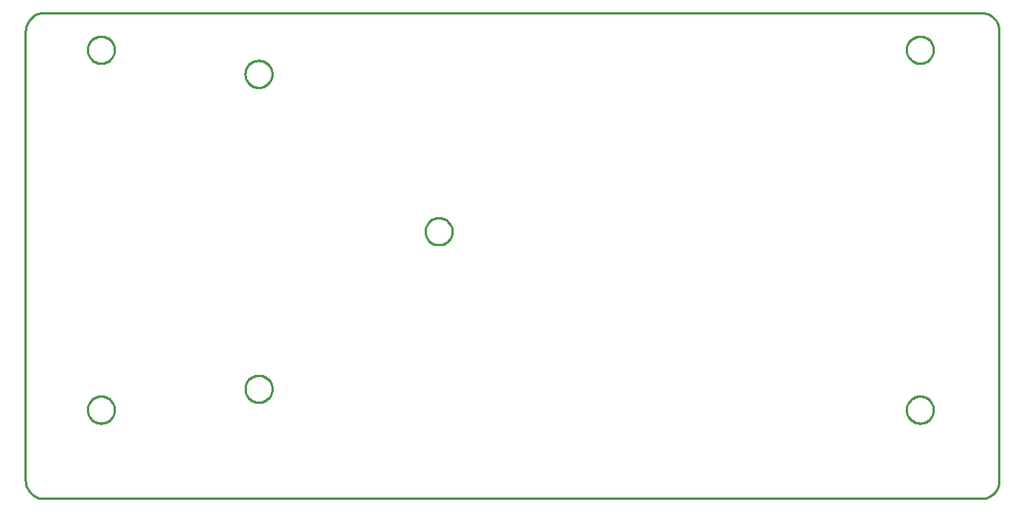
<source format=gbr>
G04 EAGLE Gerber RS-274X export*
G75*
%MOMM*%
%FSLAX34Y34*%
%LPD*%
%IN*%
%IPPOS*%
%AMOC8*
5,1,8,0,0,1.08239X$1,22.5*%
G01*
%ADD10C,0.254000*%


D10*
X17780Y58420D02*
X17857Y56649D01*
X18089Y54891D01*
X18472Y53161D01*
X19005Y51470D01*
X19684Y49832D01*
X20502Y48260D01*
X21455Y46765D01*
X22534Y45359D01*
X23732Y44052D01*
X25039Y42854D01*
X26445Y41775D01*
X27940Y40822D01*
X29512Y40004D01*
X31150Y39325D01*
X32841Y38792D01*
X34571Y38409D01*
X36329Y38177D01*
X38100Y38100D01*
X1079500Y38100D01*
X1081160Y38173D01*
X1082808Y38389D01*
X1084431Y38749D01*
X1086015Y39249D01*
X1087551Y39885D01*
X1089025Y40652D01*
X1090427Y41545D01*
X1091745Y42557D01*
X1092970Y43680D01*
X1094093Y44905D01*
X1095105Y46223D01*
X1095998Y47625D01*
X1096765Y49099D01*
X1097401Y50635D01*
X1097901Y52220D01*
X1098261Y53842D01*
X1098478Y55490D01*
X1098550Y57150D01*
X1098550Y558800D01*
X1098478Y560460D01*
X1098261Y562108D01*
X1097901Y563731D01*
X1097401Y565315D01*
X1096765Y566851D01*
X1095998Y568325D01*
X1095105Y569727D01*
X1094093Y571045D01*
X1092970Y572270D01*
X1091745Y573393D01*
X1090427Y574405D01*
X1089025Y575298D01*
X1087551Y576065D01*
X1086015Y576701D01*
X1084431Y577201D01*
X1082808Y577561D01*
X1081160Y577778D01*
X1079500Y577850D01*
X38100Y577850D01*
X36329Y577773D01*
X34571Y577541D01*
X32841Y577158D01*
X31150Y576625D01*
X29512Y575946D01*
X27940Y575128D01*
X26445Y574175D01*
X25039Y573096D01*
X23732Y571898D01*
X22534Y570591D01*
X21455Y569185D01*
X20502Y567690D01*
X19684Y566118D01*
X19005Y564480D01*
X18472Y562789D01*
X18089Y561059D01*
X17857Y559301D01*
X17780Y557530D01*
X17780Y58420D01*
X116600Y536330D02*
X116524Y535261D01*
X116371Y534201D01*
X116143Y533154D01*
X115841Y532126D01*
X115467Y531122D01*
X115022Y530147D01*
X114508Y529207D01*
X113929Y528305D01*
X113287Y527448D01*
X112585Y526638D01*
X111828Y525880D01*
X111018Y525179D01*
X110160Y524536D01*
X109259Y523957D01*
X108319Y523444D01*
X107344Y522999D01*
X106340Y522624D01*
X105312Y522322D01*
X104265Y522095D01*
X103204Y521942D01*
X102136Y521866D01*
X101064Y521866D01*
X99996Y521942D01*
X98935Y522095D01*
X97888Y522322D01*
X96860Y522624D01*
X95856Y522999D01*
X94881Y523444D01*
X93941Y523957D01*
X93040Y524536D01*
X92182Y525179D01*
X91372Y525880D01*
X90615Y526638D01*
X89913Y527448D01*
X89271Y528305D01*
X88692Y529207D01*
X88178Y530147D01*
X87733Y531122D01*
X87359Y532126D01*
X87057Y533154D01*
X86829Y534201D01*
X86676Y535261D01*
X86600Y536330D01*
X86600Y537401D01*
X86676Y538470D01*
X86829Y539531D01*
X87057Y540578D01*
X87359Y541606D01*
X87733Y542610D01*
X88178Y543584D01*
X88692Y544525D01*
X89271Y545426D01*
X89913Y546284D01*
X90615Y547093D01*
X91372Y547851D01*
X92182Y548553D01*
X93040Y549195D01*
X93941Y549774D01*
X94881Y550288D01*
X95856Y550733D01*
X96860Y551107D01*
X97888Y551409D01*
X98935Y551637D01*
X99996Y551789D01*
X101064Y551866D01*
X102136Y551866D01*
X103204Y551789D01*
X104265Y551637D01*
X105312Y551409D01*
X106340Y551107D01*
X107344Y550733D01*
X108319Y550288D01*
X109259Y549774D01*
X110160Y549195D01*
X111018Y548553D01*
X111828Y547851D01*
X112585Y547093D01*
X113287Y546284D01*
X113929Y545426D01*
X114508Y544525D01*
X115022Y543584D01*
X115467Y542610D01*
X115841Y541606D01*
X116143Y540578D01*
X116371Y539531D01*
X116524Y538470D01*
X116600Y537401D01*
X116600Y536330D01*
X1026025Y536330D02*
X1025948Y535261D01*
X1025796Y534201D01*
X1025568Y533154D01*
X1025266Y532126D01*
X1024892Y531122D01*
X1024447Y530147D01*
X1023933Y529207D01*
X1023354Y528305D01*
X1022712Y527448D01*
X1022010Y526638D01*
X1021252Y525880D01*
X1020443Y525179D01*
X1019585Y524536D01*
X1018684Y523957D01*
X1017743Y523444D01*
X1016769Y522999D01*
X1015765Y522624D01*
X1014737Y522322D01*
X1013690Y522095D01*
X1012629Y521942D01*
X1011560Y521866D01*
X1010489Y521866D01*
X1009420Y521942D01*
X1008360Y522095D01*
X1007313Y522322D01*
X1006285Y522624D01*
X1005281Y522999D01*
X1004306Y523444D01*
X1003366Y523957D01*
X1002464Y524536D01*
X1001607Y525179D01*
X1000797Y525880D01*
X1000039Y526638D01*
X999338Y527448D01*
X998695Y528305D01*
X998116Y529207D01*
X997603Y530147D01*
X997158Y531122D01*
X996783Y532126D01*
X996481Y533154D01*
X996254Y534201D01*
X996101Y535261D01*
X996025Y536330D01*
X996025Y537401D01*
X996101Y538470D01*
X996254Y539531D01*
X996481Y540578D01*
X996783Y541606D01*
X997158Y542610D01*
X997603Y543584D01*
X998116Y544525D01*
X998695Y545426D01*
X999338Y546284D01*
X1000039Y547093D01*
X1000797Y547851D01*
X1001607Y548553D01*
X1002464Y549195D01*
X1003366Y549774D01*
X1004306Y550288D01*
X1005281Y550733D01*
X1006285Y551107D01*
X1007313Y551409D01*
X1008360Y551637D01*
X1009420Y551789D01*
X1010489Y551866D01*
X1011560Y551866D01*
X1012629Y551789D01*
X1013690Y551637D01*
X1014737Y551409D01*
X1015765Y551107D01*
X1016769Y550733D01*
X1017743Y550288D01*
X1018684Y549774D01*
X1019585Y549195D01*
X1020443Y548553D01*
X1021252Y547851D01*
X1022010Y547093D01*
X1022712Y546284D01*
X1023354Y545426D01*
X1023933Y544525D01*
X1024447Y543584D01*
X1024892Y542610D01*
X1025266Y541606D01*
X1025568Y540578D01*
X1025796Y539531D01*
X1025948Y538470D01*
X1026025Y537401D01*
X1026025Y536330D01*
X1026025Y136330D02*
X1025948Y135261D01*
X1025796Y134201D01*
X1025568Y133154D01*
X1025266Y132126D01*
X1024892Y131122D01*
X1024447Y130147D01*
X1023933Y129207D01*
X1023354Y128305D01*
X1022712Y127448D01*
X1022010Y126638D01*
X1021252Y125880D01*
X1020443Y125179D01*
X1019585Y124536D01*
X1018684Y123957D01*
X1017743Y123444D01*
X1016769Y122999D01*
X1015765Y122624D01*
X1014737Y122322D01*
X1013690Y122095D01*
X1012629Y121942D01*
X1011560Y121866D01*
X1010489Y121866D01*
X1009420Y121942D01*
X1008360Y122095D01*
X1007313Y122322D01*
X1006285Y122624D01*
X1005281Y122999D01*
X1004306Y123444D01*
X1003366Y123957D01*
X1002464Y124536D01*
X1001607Y125179D01*
X1000797Y125880D01*
X1000039Y126638D01*
X999338Y127448D01*
X998695Y128305D01*
X998116Y129207D01*
X997603Y130147D01*
X997158Y131122D01*
X996783Y132126D01*
X996481Y133154D01*
X996254Y134201D01*
X996101Y135261D01*
X996025Y136330D01*
X996025Y137401D01*
X996101Y138470D01*
X996254Y139531D01*
X996481Y140578D01*
X996783Y141606D01*
X997158Y142610D01*
X997603Y143584D01*
X998116Y144525D01*
X998695Y145426D01*
X999338Y146284D01*
X1000039Y147093D01*
X1000797Y147851D01*
X1001607Y148553D01*
X1002464Y149195D01*
X1003366Y149774D01*
X1004306Y150288D01*
X1005281Y150733D01*
X1006285Y151107D01*
X1007313Y151409D01*
X1008360Y151637D01*
X1009420Y151789D01*
X1010489Y151866D01*
X1011560Y151866D01*
X1012629Y151789D01*
X1013690Y151637D01*
X1014737Y151409D01*
X1015765Y151107D01*
X1016769Y150733D01*
X1017743Y150288D01*
X1018684Y149774D01*
X1019585Y149195D01*
X1020443Y148553D01*
X1021252Y147851D01*
X1022010Y147093D01*
X1022712Y146284D01*
X1023354Y145426D01*
X1023933Y144525D01*
X1024447Y143584D01*
X1024892Y142610D01*
X1025266Y141606D01*
X1025568Y140578D01*
X1025796Y139531D01*
X1025948Y138470D01*
X1026025Y137401D01*
X1026025Y136330D01*
X116600Y136330D02*
X116524Y135261D01*
X116371Y134201D01*
X116143Y133154D01*
X115841Y132126D01*
X115467Y131122D01*
X115022Y130147D01*
X114508Y129207D01*
X113929Y128305D01*
X113287Y127448D01*
X112585Y126638D01*
X111828Y125880D01*
X111018Y125179D01*
X110160Y124536D01*
X109259Y123957D01*
X108319Y123444D01*
X107344Y122999D01*
X106340Y122624D01*
X105312Y122322D01*
X104265Y122095D01*
X103204Y121942D01*
X102136Y121866D01*
X101064Y121866D01*
X99996Y121942D01*
X98935Y122095D01*
X97888Y122322D01*
X96860Y122624D01*
X95856Y122999D01*
X94881Y123444D01*
X93941Y123957D01*
X93040Y124536D01*
X92182Y125179D01*
X91372Y125880D01*
X90615Y126638D01*
X89913Y127448D01*
X89271Y128305D01*
X88692Y129207D01*
X88178Y130147D01*
X87733Y131122D01*
X87359Y132126D01*
X87057Y133154D01*
X86829Y134201D01*
X86676Y135261D01*
X86600Y136330D01*
X86600Y137401D01*
X86676Y138470D01*
X86829Y139531D01*
X87057Y140578D01*
X87359Y141606D01*
X87733Y142610D01*
X88178Y143584D01*
X88692Y144525D01*
X89271Y145426D01*
X89913Y146284D01*
X90615Y147093D01*
X91372Y147851D01*
X92182Y148553D01*
X93040Y149195D01*
X93941Y149774D01*
X94881Y150288D01*
X95856Y150733D01*
X96860Y151107D01*
X97888Y151409D01*
X98935Y151637D01*
X99996Y151789D01*
X101064Y151866D01*
X102136Y151866D01*
X103204Y151789D01*
X104265Y151637D01*
X105312Y151409D01*
X106340Y151107D01*
X107344Y150733D01*
X108319Y150288D01*
X109259Y149774D01*
X110160Y149195D01*
X111018Y148553D01*
X111828Y147851D01*
X112585Y147093D01*
X113287Y146284D01*
X113929Y145426D01*
X114508Y144525D01*
X115022Y143584D01*
X115467Y142610D01*
X115841Y141606D01*
X116143Y140578D01*
X116371Y139531D01*
X116524Y138470D01*
X116600Y137401D01*
X116600Y136330D01*
X291566Y509406D02*
X291490Y508337D01*
X291337Y507276D01*
X291109Y506229D01*
X290807Y505201D01*
X290433Y504198D01*
X289988Y503223D01*
X289474Y502283D01*
X288895Y501381D01*
X288253Y500523D01*
X287551Y499714D01*
X286794Y498956D01*
X285984Y498254D01*
X285126Y497612D01*
X284225Y497033D01*
X283285Y496520D01*
X282310Y496074D01*
X281306Y495700D01*
X280278Y495398D01*
X279231Y495170D01*
X278170Y495018D01*
X277102Y494941D01*
X276030Y494941D01*
X274962Y495018D01*
X273901Y495170D01*
X272854Y495398D01*
X271826Y495700D01*
X270822Y496074D01*
X269847Y496520D01*
X268907Y497033D01*
X268006Y497612D01*
X267148Y498254D01*
X266338Y498956D01*
X265581Y499714D01*
X264879Y500523D01*
X264237Y501381D01*
X263658Y502283D01*
X263144Y503223D01*
X262699Y504198D01*
X262325Y505201D01*
X262023Y506229D01*
X261795Y507276D01*
X261642Y508337D01*
X261566Y509406D01*
X261566Y510477D01*
X261642Y511546D01*
X261795Y512606D01*
X262023Y513653D01*
X262325Y514681D01*
X262699Y515685D01*
X263144Y516660D01*
X263658Y517600D01*
X264237Y518502D01*
X264879Y519359D01*
X265581Y520169D01*
X266338Y520927D01*
X267148Y521628D01*
X268006Y522271D01*
X268907Y522850D01*
X269847Y523363D01*
X270822Y523808D01*
X271826Y524183D01*
X272854Y524485D01*
X273901Y524712D01*
X274962Y524865D01*
X276030Y524941D01*
X277102Y524941D01*
X278170Y524865D01*
X279231Y524712D01*
X280278Y524485D01*
X281306Y524183D01*
X282310Y523808D01*
X283285Y523363D01*
X284225Y522850D01*
X285126Y522271D01*
X285984Y521628D01*
X286794Y520927D01*
X287551Y520169D01*
X288253Y519359D01*
X288895Y518502D01*
X289474Y517600D01*
X289988Y516660D01*
X290433Y515685D01*
X290807Y514681D01*
X291109Y513653D01*
X291337Y512606D01*
X291490Y511546D01*
X291566Y510477D01*
X291566Y509406D01*
X291696Y159526D02*
X291620Y158457D01*
X291467Y157396D01*
X291239Y156349D01*
X290937Y155321D01*
X290563Y154318D01*
X290118Y153343D01*
X289604Y152403D01*
X289025Y151501D01*
X288383Y150643D01*
X287681Y149834D01*
X286924Y149076D01*
X286114Y148374D01*
X285256Y147732D01*
X284355Y147153D01*
X283415Y146640D01*
X282440Y146194D01*
X281436Y145820D01*
X280408Y145518D01*
X279361Y145290D01*
X278300Y145138D01*
X277232Y145061D01*
X276160Y145061D01*
X275092Y145138D01*
X274031Y145290D01*
X272984Y145518D01*
X271956Y145820D01*
X270952Y146194D01*
X269977Y146640D01*
X269037Y147153D01*
X268136Y147732D01*
X267278Y148374D01*
X266468Y149076D01*
X265711Y149834D01*
X265009Y150643D01*
X264367Y151501D01*
X263788Y152403D01*
X263274Y153343D01*
X262829Y154318D01*
X262455Y155321D01*
X262153Y156349D01*
X261925Y157396D01*
X261772Y158457D01*
X261696Y159526D01*
X261696Y160597D01*
X261772Y161666D01*
X261925Y162726D01*
X262153Y163773D01*
X262455Y164801D01*
X262829Y165805D01*
X263274Y166780D01*
X263788Y167720D01*
X264367Y168622D01*
X265009Y169479D01*
X265711Y170289D01*
X266468Y171047D01*
X267278Y171748D01*
X268136Y172391D01*
X269037Y172970D01*
X269977Y173483D01*
X270952Y173928D01*
X271956Y174303D01*
X272984Y174605D01*
X274031Y174832D01*
X275092Y174985D01*
X276160Y175061D01*
X277232Y175061D01*
X278300Y174985D01*
X279361Y174832D01*
X280408Y174605D01*
X281436Y174303D01*
X282440Y173928D01*
X283415Y173483D01*
X284355Y172970D01*
X285256Y172391D01*
X286114Y171748D01*
X286924Y171047D01*
X287681Y170289D01*
X288383Y169479D01*
X289025Y168622D01*
X289604Y167720D01*
X290118Y166780D01*
X290563Y165805D01*
X290937Y164801D01*
X291239Y163773D01*
X291467Y162726D01*
X291620Y161666D01*
X291696Y160597D01*
X291696Y159526D01*
X491596Y334536D02*
X491520Y333467D01*
X491367Y332406D01*
X491139Y331359D01*
X490837Y330331D01*
X490463Y329328D01*
X490018Y328353D01*
X489504Y327413D01*
X488925Y326511D01*
X488283Y325653D01*
X487581Y324844D01*
X486824Y324086D01*
X486014Y323384D01*
X485156Y322742D01*
X484255Y322163D01*
X483315Y321650D01*
X482340Y321204D01*
X481336Y320830D01*
X480308Y320528D01*
X479261Y320300D01*
X478200Y320148D01*
X477132Y320071D01*
X476060Y320071D01*
X474992Y320148D01*
X473931Y320300D01*
X472884Y320528D01*
X471856Y320830D01*
X470852Y321204D01*
X469877Y321650D01*
X468937Y322163D01*
X468036Y322742D01*
X467178Y323384D01*
X466368Y324086D01*
X465611Y324844D01*
X464909Y325653D01*
X464267Y326511D01*
X463688Y327413D01*
X463174Y328353D01*
X462729Y329328D01*
X462355Y330331D01*
X462053Y331359D01*
X461825Y332406D01*
X461672Y333467D01*
X461596Y334536D01*
X461596Y335607D01*
X461672Y336676D01*
X461825Y337736D01*
X462053Y338783D01*
X462355Y339811D01*
X462729Y340815D01*
X463174Y341790D01*
X463688Y342730D01*
X464267Y343632D01*
X464909Y344489D01*
X465611Y345299D01*
X466368Y346057D01*
X467178Y346758D01*
X468036Y347401D01*
X468937Y347980D01*
X469877Y348493D01*
X470852Y348938D01*
X471856Y349313D01*
X472884Y349615D01*
X473931Y349842D01*
X474992Y349995D01*
X476060Y350071D01*
X477132Y350071D01*
X478200Y349995D01*
X479261Y349842D01*
X480308Y349615D01*
X481336Y349313D01*
X482340Y348938D01*
X483315Y348493D01*
X484255Y347980D01*
X485156Y347401D01*
X486014Y346758D01*
X486824Y346057D01*
X487581Y345299D01*
X488283Y344489D01*
X488925Y343632D01*
X489504Y342730D01*
X490018Y341790D01*
X490463Y340815D01*
X490837Y339811D01*
X491139Y338783D01*
X491367Y337736D01*
X491520Y336676D01*
X491596Y335607D01*
X491596Y334536D01*
M02*

</source>
